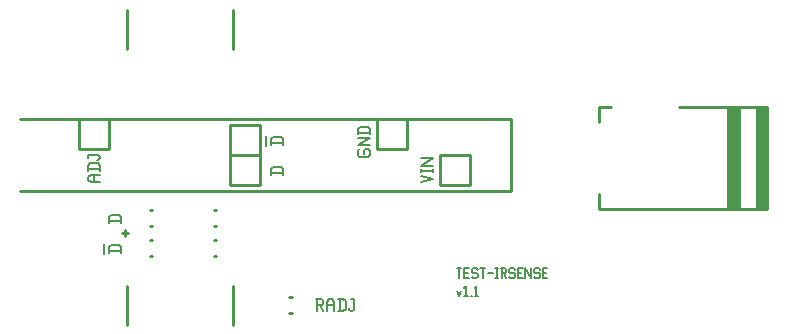
<source format=gbr>
G04 start of page 8 for group -4079 idx -4079 *
G04 Title: (unknown), topsilk *
G04 Creator: pcb 20140316 *
G04 CreationDate: Tue 13 Dec 2016 03:17:30 AM GMT UTC *
G04 For: railfan *
G04 Format: Gerber/RS-274X *
G04 PCB-Dimensions (mil): 2500.00 1200.00 *
G04 PCB-Coordinate-Origin: lower left *
%MOIN*%
%FSLAX25Y25*%
%LNTOPSILK*%
%ADD56C,0.0080*%
%ADD55C,0.0100*%
G54D55*X34500Y38000D02*X36500D01*
X35500Y39000D02*Y37000D01*
G54D56*X28500Y34500D02*Y31000D01*
G54D55*X164000Y76000D02*X500D01*
X164000D02*Y52000D01*
G54D56*X82500Y70500D02*Y67000D01*
G54D55*X164000Y52000D02*X500D01*
G54D56*X113000Y65500D02*X113500Y66000D01*
X113000Y65500D02*Y64000D01*
X113500Y63500D02*X113000Y64000D01*
X113500Y63500D02*X116500D01*
X117000Y64000D01*
Y65500D02*Y64000D01*
Y65500D02*X116500Y66000D01*
X115500D02*X116500D01*
X115000Y65500D02*X115500Y66000D01*
X115000Y65500D02*Y64500D01*
X113000Y67200D02*X117000D01*
X113000D02*X117000Y69700D01*
X113000D02*X117000D01*
X113000Y71400D02*X117000D01*
X113000Y72700D02*X113700Y73400D01*
X116300D01*
X117000Y72700D02*X116300Y73400D01*
X117000Y72700D02*Y70900D01*
X113000Y72700D02*Y70900D01*
X134000Y55000D02*X138000Y56000D01*
X134000Y57000D01*
Y59200D02*Y58200D01*
Y58700D02*X138000D01*
Y59200D02*Y58200D01*
X134000Y60400D02*X138000D01*
X134000D02*X138000Y62900D01*
X134000D02*X138000D01*
X99043Y16000D02*X101043D01*
X101543Y15500D01*
Y14500D01*
X101043Y14000D02*X101543Y14500D01*
X99543Y14000D02*X101043D01*
X99543Y16000D02*Y12000D01*
X100343Y14000D02*X101543Y12000D01*
X102743Y15000D02*Y12000D01*
Y15000D02*X103443Y16000D01*
X104543D01*
X105243Y15000D01*
Y12000D01*
X102743Y14000D02*X105243D01*
X106943Y16000D02*Y12000D01*
X108243Y16000D02*X108943Y15300D01*
Y12700D01*
X108243Y12000D02*X108943Y12700D01*
X106443Y12000D02*X108243D01*
X106443Y16000D02*X108243D01*
X110843D02*X111643D01*
Y12500D01*
X111143Y12000D02*X111643Y12500D01*
X110643Y12000D02*X111143D01*
X110143Y12500D02*X110643Y12000D01*
X110143Y13000D02*Y12500D01*
X146000Y26220D02*X147560D01*
X146780D02*Y23100D01*
X148496Y24816D02*X149666D01*
X148496Y23100D02*X150056D01*
X148496Y26220D02*Y23100D01*
Y26220D02*X150056D01*
X152552D02*X152942Y25830D01*
X151382Y26220D02*X152552D01*
X150992Y25830D02*X151382Y26220D01*
X150992Y25830D02*Y25050D01*
X151382Y24660D01*
X152552D01*
X152942Y24270D01*
Y23490D01*
X152552Y23100D02*X152942Y23490D01*
X151382Y23100D02*X152552D01*
X150992Y23490D02*X151382Y23100D01*
X153878Y26220D02*X155438D01*
X154658D02*Y23100D01*
X156374Y24660D02*X157934D01*
X158870Y26220D02*X159650D01*
X159260D02*Y23100D01*
X158870D02*X159650D01*
X160586Y26220D02*X162146D01*
X162536Y25830D01*
Y25050D01*
X162146Y24660D02*X162536Y25050D01*
X160976Y24660D02*X162146D01*
X160976Y26220D02*Y23100D01*
X161600Y24660D02*X162536Y23100D01*
X165032Y26220D02*X165422Y25830D01*
X163862Y26220D02*X165032D01*
X163472Y25830D02*X163862Y26220D01*
X163472Y25830D02*Y25050D01*
X163862Y24660D01*
X165032D01*
X165422Y24270D01*
Y23490D01*
X165032Y23100D02*X165422Y23490D01*
X163862Y23100D02*X165032D01*
X163472Y23490D02*X163862Y23100D01*
X166358Y24816D02*X167528D01*
X166358Y23100D02*X167918D01*
X166358Y26220D02*Y23100D01*
Y26220D02*X167918D01*
X168854D02*Y23100D01*
Y26220D02*X170804Y23100D01*
Y26220D02*Y23100D01*
X173300Y26220D02*X173690Y25830D01*
X172130Y26220D02*X173300D01*
X171740Y25830D02*X172130Y26220D01*
X171740Y25830D02*Y25050D01*
X172130Y24660D01*
X173300D01*
X173690Y24270D01*
Y23490D01*
X173300Y23100D02*X173690Y23490D01*
X172130Y23100D02*X173300D01*
X171740Y23490D02*X172130Y23100D01*
X174626Y24816D02*X175796D01*
X174626Y23100D02*X176186D01*
X174626Y26220D02*Y23100D01*
Y26220D02*X176186D01*
X146000Y18660D02*X146780Y17100D01*
X147560Y18660D02*X146780Y17100D01*
X148496Y19596D02*X149120Y20220D01*
Y17100D01*
X148496D02*X149666D01*
X150602D02*X150992D01*
X151928Y19596D02*X152552Y20220D01*
Y17100D01*
X151928D02*X153098D01*
X24000Y55000D02*X27000D01*
X24000D02*X23000Y55700D01*
Y56800D02*Y55700D01*
Y56800D02*X24000Y57500D01*
X27000D01*
X25000D02*Y55000D01*
X23000Y59200D02*X27000D01*
X23000Y60500D02*X23700Y61200D01*
X26300D01*
X27000Y60500D02*X26300Y61200D01*
X27000Y60500D02*Y58700D01*
X23000Y60500D02*Y58700D01*
Y63900D02*Y63100D01*
Y63900D02*X26500D01*
X27000Y63400D02*X26500Y63900D01*
X27000Y63400D02*Y62900D01*
X26500Y62400D02*X27000Y62900D01*
X26000Y62400D02*X26500D01*
X84000Y58000D02*X88000D01*
X84000Y59300D02*X84700Y60000D01*
X87300D01*
X88000Y59300D02*X87300Y60000D01*
X88000Y59300D02*Y57500D01*
X84000Y59300D02*Y57500D01*
Y68000D02*X88000D01*
X84000Y69300D02*X84700Y70000D01*
X87300D01*
X88000Y69300D02*X87300Y70000D01*
X88000Y69300D02*Y67500D01*
X84000Y69300D02*Y67500D01*
X30000Y42000D02*X34000D01*
X30000Y43300D02*X30700Y44000D01*
X33300D01*
X34000Y43300D02*X33300Y44000D01*
X34000Y43300D02*Y41500D01*
X30000Y43300D02*Y41500D01*
Y32000D02*X34000D01*
X30000Y33300D02*X30700Y34000D01*
X33300D01*
X34000Y33300D02*X33300Y34000D01*
X34000Y33300D02*Y31500D01*
X30000Y33300D02*Y31500D01*
G54D55*X20000Y66000D02*X30000D01*
Y76000D02*Y66000D01*
X20000Y76000D02*X30000D01*
X20000D02*Y66000D01*
X119500Y76000D02*Y66000D01*
X129500D01*
Y76000D01*
X119500D01*
X70500Y74000D02*Y64000D01*
X80500D01*
Y74000D01*
X70500D01*
Y64000D02*Y54000D01*
X80500D01*
Y64000D01*
X70500D01*
X36126Y112500D02*Y99508D01*
X71559Y112500D02*Y99508D01*
X140500Y64000D02*Y54000D01*
X150500D01*
Y64000D01*
X140500D01*
X220000Y80000D02*X249500D01*
Y46000D01*
X193500D02*X249500D01*
X193500Y51000D02*Y46000D01*
Y80000D02*X197500D01*
X193500D02*Y75000D01*
X249500Y80000D02*Y46000D01*
X249000Y80000D02*Y46000D01*
X248500Y80000D02*Y46000D01*
X248000Y80000D02*Y46000D01*
X247500Y80000D02*Y46000D01*
X247000Y80000D02*Y46000D01*
X246500Y80000D02*Y46000D01*
X246000Y80000D02*Y46000D01*
X236500Y80000D02*Y46000D01*
X237000Y80000D02*Y46000D01*
X237500Y80000D02*Y46000D01*
X238000Y80000D02*Y46000D01*
X238500Y80000D02*Y46000D01*
X239000Y80000D02*Y46000D01*
X239500Y80000D02*Y46000D01*
X240000Y80000D02*Y46000D01*
X90150Y16755D02*X90936D01*
X90150Y11245D02*X90936D01*
X36126Y20492D02*Y7500D01*
X71559Y20492D02*Y7500D01*
X43607Y30245D02*X44393D01*
X43607Y35755D02*X44393D01*
X43607Y40245D02*X44393D01*
X43607Y45755D02*X44393D01*
X65107Y40245D02*X65893D01*
X65107Y45755D02*X65893D01*
X65107Y30245D02*X65893D01*
X65107Y35755D02*X65893D01*
M02*

</source>
